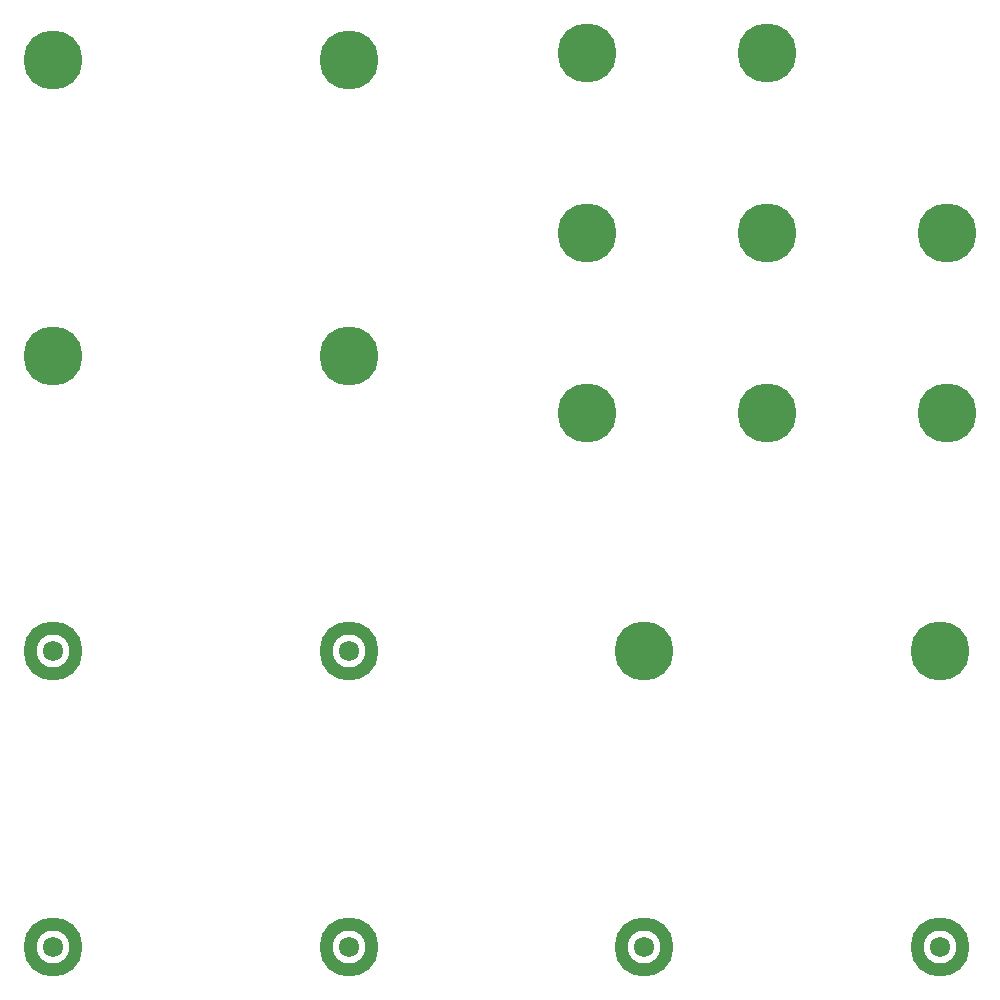
<source format=gbs>
G04 This is an RS-274x file exported by *
G04 gerbv version 2.6.0 *
G04 More information is available about gerbv at *
G04 http://gerbv.gpleda.org/ *
G04 --End of header info--*
%MOIN*%
%FSLAX34Y34*%
%IPPOS*%
G04 --Define apertures--*
%ADD10C,0.1969*%
%ADD11C,0.1102*%
%ADD12C,0.0677*%
G04 --Start main section--*
G54D10*
G01X0000000Y0000000D03*
%LPC*%
G54D11*
G01X0000000Y0000000D03*
%LPD*%
G54D12*
G01X0000000Y0000000D03*
G01X0023775Y0029775D02*
G54D10*
G01X0023775Y0029775D03*
G01X0017775Y0029775D02*
G01X0017775Y0029775D03*
G01X0029775Y0023775D02*
G01X0029775Y0023775D03*
G01X0023775Y0023775D02*
G01X0023775Y0023775D03*
G01X0017775Y0023775D02*
G01X0017775Y0023775D03*
G01X0029775Y0017775D02*
G01X0029775Y0017775D03*
G01X0023775Y0017775D02*
G01X0023775Y0017775D03*
G01X0017775Y0017775D02*
G01X0017775Y0017775D03*
G01X0029550Y0009850D02*
G01X0029550Y0009850D03*
G01X0029550Y0000000D02*
G01X0029550Y0000000D03*
%LPC*%
G54D11*
G01X0029550Y0000000D03*
%LPD*%
G54D12*
G01X0029550Y0000000D03*
G01X0019700Y0009850D02*
G54D10*
G01X0019700Y0009850D03*
G01X0019700Y0000000D02*
G01X0019700Y0000000D03*
%LPC*%
G54D11*
G01X0019700Y0000000D03*
%LPD*%
G54D12*
G01X0019700Y0000000D03*
G01X0009850Y0029550D02*
G54D10*
G01X0009850Y0029550D03*
G01X0009850Y0019700D02*
G01X0009850Y0019700D03*
G01X0009850Y0009850D02*
G01X0009850Y0009850D03*
%LPC*%
G54D11*
G01X0009850Y0009850D03*
%LPD*%
G54D12*
G01X0009850Y0009850D03*
G01X0009850Y0000000D02*
G54D10*
G01X0009850Y0000000D03*
%LPC*%
G54D11*
G01X0009850Y0000000D03*
%LPD*%
G54D12*
G01X0009850Y0000000D03*
G01X0000000Y0029550D02*
G54D10*
G01X0000000Y0029550D03*
G01X0000000Y0019700D02*
G01X0000000Y0019700D03*
G01X0000000Y0009850D02*
G01X0000000Y0009850D03*
%LPC*%
G54D11*
G01X0000000Y0009850D03*
%LPD*%
G54D12*
G01X0000000Y0009850D03*
M02*

</source>
